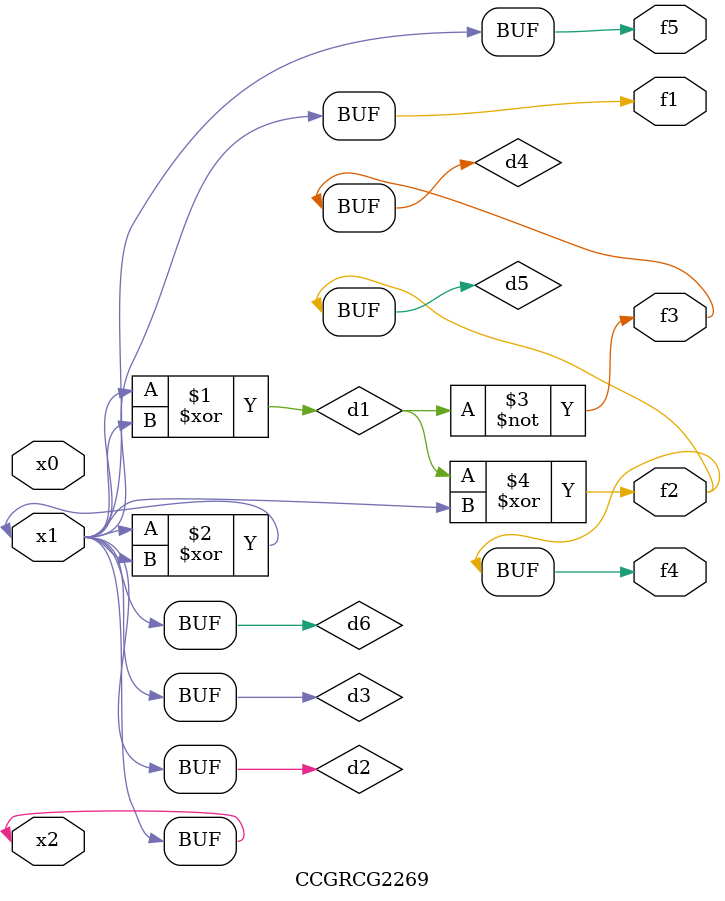
<source format=v>
module CCGRCG2269(
	input x0, x1, x2,
	output f1, f2, f3, f4, f5
);

	wire d1, d2, d3, d4, d5, d6;

	xor (d1, x1, x2);
	buf (d2, x1, x2);
	xor (d3, x1, x2);
	nor (d4, d1);
	xor (d5, d1, d2);
	buf (d6, d2, d3);
	assign f1 = d6;
	assign f2 = d5;
	assign f3 = d4;
	assign f4 = d5;
	assign f5 = d6;
endmodule

</source>
